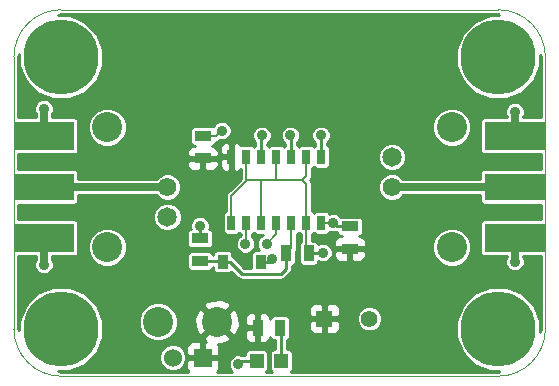
<source format=gtl>
G04 (created by PCBNEW (2013-04-19 BZR 4011)-stable) date 22/05/2013 10:42:45*
%MOIN*%
G04 Gerber Fmt 3.4, Leading zero omitted, Abs format*
%FSLAX34Y34*%
G01*
G70*
G90*
G04 APERTURE LIST*
%ADD10C,0.006*%
%ADD11C,0.00393701*%
%ADD12R,0.035X0.055*%
%ADD13R,0.055X0.035*%
%ADD14R,0.055X0.055*%
%ADD15C,0.055*%
%ADD16C,0.1*%
%ADD17R,0.025X0.05*%
%ADD18C,0.25*%
%ADD19R,0.2X0.09*%
%ADD20R,0.2X0.095*%
%ADD21C,0.062*%
%ADD22C,0.065*%
%ADD23R,0.0358X0.048*%
%ADD24R,0.0472X0.0472*%
%ADD25R,0.06X0.06*%
%ADD26C,0.06*%
%ADD27C,0.035*%
%ADD28C,0.01*%
%ADD29C,0.025*%
%ADD30C,0.008*%
G04 APERTURE END LIST*
G54D10*
G54D11*
X17716Y-10629D02*
X17716Y-1574D01*
X0Y-1574D02*
X0Y-10629D01*
X1574Y-12216D02*
X16141Y-12216D01*
X16141Y0D02*
X1574Y0D01*
X0Y-10641D02*
G75*
G03X1574Y-12216I1574J0D01*
G74*
G01*
X16141Y-12216D02*
G75*
G03X17716Y-10641I0J1574D01*
G74*
G01*
X17716Y-1574D02*
G75*
G03X16141Y0I-1574J0D01*
G74*
G01*
X1574Y0D02*
G75*
G03X0Y-1574I0J-1574D01*
G74*
G01*
G54D12*
X9073Y-8122D03*
X9823Y-8122D03*
G54D13*
X6200Y-8375D03*
X6200Y-7625D03*
X6299Y-4953D03*
X6299Y-4203D03*
G54D14*
X10350Y-10300D03*
G54D15*
X11850Y-10300D03*
G54D16*
X6771Y-10405D03*
X4803Y-10405D03*
G54D17*
X7250Y-7100D03*
X7750Y-7100D03*
X8250Y-7100D03*
X8750Y-7100D03*
X9250Y-7100D03*
X9750Y-7100D03*
X10250Y-7100D03*
X10250Y-4900D03*
X9750Y-4900D03*
X9250Y-4900D03*
X8750Y-4900D03*
X8250Y-4900D03*
X7750Y-4900D03*
X7250Y-4900D03*
G54D18*
X1574Y-10641D03*
X16141Y-1586D03*
X1574Y-1586D03*
G54D19*
X1000Y-5900D03*
G54D20*
X1000Y-4200D03*
X1000Y-7600D03*
G54D21*
X5118Y-5917D03*
G54D22*
X5118Y-6917D03*
G54D16*
X3118Y-7917D03*
X3118Y-3917D03*
G54D19*
X16700Y-5900D03*
G54D20*
X16700Y-4200D03*
X16700Y-7600D03*
G54D18*
X16141Y-10641D03*
G54D21*
X12598Y-5917D03*
G54D22*
X12598Y-4917D03*
G54D16*
X14598Y-3917D03*
X14598Y-7917D03*
G54D13*
X11200Y-7975D03*
X11200Y-7225D03*
G54D23*
X6956Y-8400D03*
X8244Y-8400D03*
G54D12*
X8125Y-10600D03*
X8875Y-10600D03*
G54D24*
X8913Y-11700D03*
X8087Y-11700D03*
G54D25*
X6300Y-11600D03*
G54D26*
X5300Y-11600D03*
G54D27*
X7480Y-11811D03*
X1000Y-8500D03*
X1000Y-3300D03*
X16700Y-8400D03*
X16700Y-3400D03*
X6200Y-7200D03*
X10629Y-7098D03*
X6929Y-4027D03*
X8425Y-7807D03*
X7716Y-7807D03*
X10300Y-8100D03*
X10236Y-4185D03*
X9212Y-4185D03*
X8267Y-4185D03*
X8600Y-8300D03*
G54D28*
X8087Y-11700D02*
X7591Y-11700D01*
X7591Y-11700D02*
X7480Y-11811D01*
G54D29*
X1000Y-7600D02*
X1000Y-8500D01*
X1000Y-4200D02*
X1000Y-3300D01*
X16700Y-7600D02*
X16700Y-8400D01*
X16700Y-4200D02*
X16700Y-3400D01*
G54D28*
X6200Y-7625D02*
X6200Y-7200D01*
X11400Y-7225D02*
X10756Y-7225D01*
G54D30*
X10628Y-7100D02*
X10629Y-7098D01*
X10628Y-7100D02*
X10250Y-7100D01*
G54D28*
X10756Y-7225D02*
X10629Y-7098D01*
G54D30*
X6299Y-4203D02*
X6752Y-4203D01*
X6752Y-4203D02*
X6929Y-4027D01*
X8750Y-7100D02*
X8750Y-7482D01*
X8750Y-7482D02*
X8425Y-7807D01*
X7750Y-7100D02*
X7750Y-7773D01*
X7750Y-7773D02*
X7716Y-7807D01*
G54D28*
X9823Y-8122D02*
X10277Y-8122D01*
X10277Y-8122D02*
X10300Y-8100D01*
G54D30*
X9750Y-7100D02*
X9750Y-5824D01*
X9750Y-5824D02*
X9606Y-5681D01*
X8250Y-7100D02*
X8250Y-5681D01*
X7250Y-7100D02*
X7250Y-6214D01*
X7250Y-6214D02*
X7750Y-5714D01*
X8740Y-5681D02*
X8740Y-4909D01*
X8740Y-4909D02*
X8750Y-4900D01*
X7750Y-4900D02*
X7750Y-5714D01*
X9750Y-5537D02*
X9750Y-4900D01*
X9606Y-5681D02*
X9750Y-5537D01*
X7783Y-5681D02*
X8250Y-5681D01*
X8250Y-5681D02*
X8740Y-5681D01*
X8740Y-5681D02*
X9606Y-5681D01*
X7750Y-5714D02*
X7783Y-5681D01*
X9750Y-7100D02*
X9750Y-8048D01*
X9750Y-8048D02*
X9823Y-8122D01*
G54D29*
X5118Y-5917D02*
X1181Y-5917D01*
X12598Y-5917D02*
X16535Y-5917D01*
G54D28*
X10250Y-4900D02*
X10250Y-4198D01*
X10250Y-4198D02*
X10236Y-4185D01*
X9250Y-4900D02*
X9250Y-4222D01*
X9250Y-4222D02*
X9212Y-4185D01*
X8250Y-4900D02*
X8250Y-4202D01*
X8250Y-4202D02*
X8267Y-4185D01*
X8913Y-11700D02*
X8913Y-10638D01*
X8913Y-10638D02*
X8875Y-10600D01*
X8244Y-8400D02*
X8500Y-8400D01*
X8500Y-8400D02*
X8600Y-8300D01*
X8125Y-8519D02*
X8244Y-8400D01*
X9073Y-8122D02*
X9073Y-8626D01*
X9073Y-8626D02*
X8900Y-8800D01*
X7200Y-8400D02*
X6956Y-8400D01*
X7600Y-8800D02*
X7200Y-8400D01*
X8900Y-8800D02*
X7600Y-8800D01*
X6200Y-8375D02*
X6931Y-8375D01*
X6931Y-8375D02*
X6956Y-8400D01*
G54D30*
X9250Y-7100D02*
X9250Y-7945D01*
X9250Y-7945D02*
X9073Y-8122D01*
G54D10*
G36*
X17566Y-10629D02*
X17545Y-10735D01*
X17541Y-10739D01*
X17541Y-10364D01*
X17329Y-9849D01*
X16935Y-9455D01*
X16421Y-9241D01*
X15864Y-9241D01*
X15349Y-9454D01*
X15248Y-9555D01*
X15248Y-7788D01*
X15149Y-7549D01*
X14967Y-7366D01*
X14728Y-7267D01*
X14469Y-7267D01*
X14230Y-7365D01*
X14047Y-7548D01*
X13948Y-7787D01*
X13948Y-8046D01*
X14047Y-8285D01*
X14229Y-8468D01*
X14468Y-8567D01*
X14727Y-8567D01*
X14966Y-8468D01*
X15149Y-8285D01*
X15248Y-8047D01*
X15248Y-7788D01*
X15248Y-9555D01*
X14955Y-9847D01*
X14741Y-10362D01*
X14741Y-10918D01*
X14954Y-11433D01*
X15347Y-11827D01*
X15862Y-12041D01*
X16174Y-12041D01*
X16153Y-12061D01*
X16126Y-12066D01*
X12275Y-12066D01*
X12275Y-10215D01*
X12210Y-10059D01*
X12091Y-9939D01*
X11934Y-9875D01*
X11765Y-9874D01*
X11725Y-9891D01*
X11725Y-8199D01*
X11725Y-7750D01*
X11687Y-7658D01*
X11616Y-7588D01*
X11524Y-7550D01*
X11504Y-7550D01*
X11559Y-7527D01*
X11602Y-7485D01*
X11624Y-7429D01*
X11625Y-7370D01*
X11625Y-7020D01*
X11602Y-6965D01*
X11560Y-6922D01*
X11504Y-6900D01*
X11445Y-6899D01*
X10895Y-6899D01*
X10892Y-6901D01*
X10814Y-6823D01*
X10694Y-6773D01*
X10565Y-6773D01*
X10514Y-6794D01*
X10502Y-6765D01*
X10460Y-6722D01*
X10404Y-6700D01*
X10345Y-6699D01*
X10095Y-6699D01*
X10040Y-6722D01*
X9999Y-6762D01*
X9960Y-6722D01*
X9940Y-6714D01*
X9940Y-5824D01*
X9939Y-5824D01*
X9940Y-5824D01*
X9937Y-5810D01*
X9925Y-5752D01*
X9925Y-5752D01*
X9884Y-5690D01*
X9884Y-5690D01*
X9874Y-5681D01*
X9884Y-5671D01*
X9884Y-5671D01*
X9884Y-5671D01*
X9925Y-5610D01*
X9925Y-5610D01*
X9937Y-5551D01*
X9940Y-5537D01*
X9939Y-5537D01*
X9940Y-5537D01*
X9940Y-5285D01*
X9959Y-5277D01*
X10000Y-5237D01*
X10039Y-5277D01*
X10095Y-5299D01*
X10154Y-5300D01*
X10404Y-5300D01*
X10459Y-5277D01*
X10502Y-5235D01*
X10524Y-5179D01*
X10525Y-5120D01*
X10525Y-4620D01*
X10502Y-4565D01*
X10460Y-4522D01*
X10450Y-4518D01*
X10450Y-4430D01*
X10511Y-4369D01*
X10561Y-4249D01*
X10561Y-4120D01*
X10511Y-4001D01*
X10420Y-3909D01*
X10301Y-3860D01*
X10171Y-3859D01*
X10052Y-3909D01*
X9960Y-4000D01*
X9911Y-4120D01*
X9911Y-4249D01*
X9960Y-4368D01*
X10050Y-4458D01*
X10050Y-4518D01*
X10040Y-4522D01*
X9999Y-4562D01*
X9960Y-4522D01*
X9904Y-4500D01*
X9845Y-4499D01*
X9595Y-4499D01*
X9540Y-4522D01*
X9499Y-4562D01*
X9460Y-4522D01*
X9450Y-4518D01*
X9450Y-4407D01*
X9487Y-4369D01*
X9537Y-4249D01*
X9537Y-4120D01*
X9488Y-4001D01*
X9396Y-3909D01*
X9277Y-3860D01*
X9148Y-3859D01*
X9028Y-3909D01*
X8937Y-4000D01*
X8887Y-4120D01*
X8887Y-4249D01*
X8936Y-4368D01*
X9028Y-4460D01*
X9050Y-4469D01*
X9050Y-4518D01*
X9040Y-4522D01*
X8999Y-4562D01*
X8960Y-4522D01*
X8904Y-4500D01*
X8845Y-4499D01*
X8595Y-4499D01*
X8540Y-4522D01*
X8499Y-4562D01*
X8460Y-4522D01*
X8450Y-4518D01*
X8450Y-4461D01*
X8451Y-4460D01*
X8543Y-4369D01*
X8592Y-4249D01*
X8592Y-4120D01*
X8543Y-4001D01*
X8452Y-3909D01*
X8332Y-3860D01*
X8203Y-3859D01*
X8083Y-3909D01*
X7992Y-4000D01*
X7942Y-4120D01*
X7942Y-4249D01*
X7992Y-4368D01*
X8050Y-4426D01*
X8050Y-4518D01*
X8040Y-4522D01*
X7999Y-4562D01*
X7960Y-4522D01*
X7904Y-4500D01*
X7845Y-4499D01*
X7595Y-4499D01*
X7583Y-4504D01*
X7516Y-4437D01*
X7424Y-4399D01*
X7362Y-4400D01*
X7300Y-4462D01*
X7300Y-4850D01*
X7307Y-4850D01*
X7307Y-4950D01*
X7300Y-4950D01*
X7300Y-5337D01*
X7362Y-5400D01*
X7424Y-5400D01*
X7516Y-5362D01*
X7560Y-5318D01*
X7560Y-5635D01*
X7254Y-5941D01*
X7254Y-3963D01*
X7204Y-3843D01*
X7113Y-3752D01*
X6994Y-3702D01*
X6864Y-3702D01*
X6745Y-3751D01*
X6653Y-3843D01*
X6633Y-3891D01*
X6604Y-3878D01*
X6544Y-3878D01*
X5994Y-3878D01*
X5939Y-3901D01*
X5897Y-3943D01*
X5874Y-3998D01*
X5874Y-4058D01*
X5874Y-4408D01*
X5896Y-4463D01*
X5939Y-4505D01*
X5994Y-4528D01*
X6024Y-4528D01*
X5974Y-4528D01*
X5882Y-4566D01*
X5812Y-4637D01*
X5774Y-4729D01*
X5774Y-4841D01*
X5836Y-4903D01*
X6249Y-4903D01*
X6249Y-4895D01*
X6349Y-4895D01*
X6349Y-4903D01*
X6761Y-4903D01*
X6824Y-4841D01*
X6824Y-4729D01*
X6786Y-4637D01*
X6716Y-4566D01*
X6624Y-4528D01*
X6603Y-4528D01*
X6659Y-4505D01*
X6701Y-4463D01*
X6724Y-4408D01*
X6724Y-4393D01*
X6752Y-4393D01*
X6825Y-4379D01*
X6865Y-4352D01*
X6993Y-4352D01*
X7112Y-4303D01*
X7204Y-4211D01*
X7254Y-4092D01*
X7254Y-3963D01*
X7254Y-5941D01*
X7200Y-5995D01*
X7200Y-5337D01*
X7200Y-4950D01*
X7200Y-4850D01*
X7200Y-4462D01*
X7137Y-4400D01*
X7075Y-4399D01*
X6983Y-4437D01*
X6913Y-4508D01*
X6875Y-4600D01*
X6874Y-4699D01*
X6875Y-4787D01*
X6937Y-4850D01*
X7200Y-4850D01*
X7200Y-4950D01*
X6937Y-4950D01*
X6875Y-5012D01*
X6874Y-5100D01*
X6875Y-5199D01*
X6913Y-5291D01*
X6983Y-5362D01*
X7075Y-5400D01*
X7137Y-5400D01*
X7200Y-5337D01*
X7200Y-5995D01*
X7115Y-6080D01*
X7074Y-6141D01*
X7060Y-6214D01*
X7060Y-6714D01*
X7040Y-6722D01*
X6997Y-6764D01*
X6975Y-6820D01*
X6974Y-6879D01*
X6974Y-7379D01*
X6997Y-7434D01*
X7039Y-7477D01*
X7095Y-7499D01*
X7154Y-7500D01*
X7404Y-7500D01*
X7459Y-7477D01*
X7500Y-7437D01*
X7539Y-7477D01*
X7560Y-7485D01*
X7560Y-7520D01*
X7532Y-7531D01*
X7441Y-7622D01*
X7391Y-7742D01*
X7391Y-7871D01*
X7440Y-7990D01*
X7532Y-8082D01*
X7651Y-8132D01*
X7780Y-8132D01*
X7900Y-8082D01*
X7991Y-7991D01*
X8041Y-7872D01*
X8041Y-7742D01*
X7992Y-7623D01*
X7940Y-7570D01*
X7940Y-7485D01*
X7959Y-7477D01*
X8000Y-7437D01*
X8039Y-7477D01*
X8095Y-7499D01*
X8154Y-7500D01*
X8317Y-7500D01*
X8241Y-7531D01*
X8149Y-7622D01*
X8100Y-7742D01*
X8100Y-7871D01*
X8149Y-7990D01*
X8168Y-8009D01*
X8035Y-8009D01*
X7980Y-8032D01*
X7937Y-8074D01*
X7915Y-8130D01*
X7914Y-8189D01*
X7914Y-8600D01*
X7682Y-8600D01*
X7341Y-8258D01*
X7285Y-8220D01*
X7285Y-8130D01*
X7262Y-8075D01*
X7220Y-8032D01*
X7164Y-8010D01*
X7105Y-8009D01*
X6824Y-8009D01*
X6824Y-5178D01*
X6824Y-5066D01*
X6761Y-5003D01*
X6349Y-5003D01*
X6349Y-5316D01*
X6411Y-5378D01*
X6524Y-5378D01*
X6624Y-5378D01*
X6716Y-5340D01*
X6786Y-5270D01*
X6824Y-5178D01*
X6824Y-8009D01*
X6747Y-8009D01*
X6692Y-8032D01*
X6649Y-8074D01*
X6627Y-8130D01*
X6626Y-8175D01*
X6625Y-8175D01*
X6625Y-8170D01*
X6625Y-7770D01*
X6625Y-7420D01*
X6602Y-7365D01*
X6560Y-7322D01*
X6509Y-7301D01*
X6524Y-7264D01*
X6525Y-7135D01*
X6475Y-7016D01*
X6384Y-6924D01*
X6264Y-6875D01*
X6249Y-6875D01*
X6249Y-5316D01*
X6249Y-5003D01*
X5836Y-5003D01*
X5774Y-5066D01*
X5774Y-5178D01*
X5812Y-5270D01*
X5882Y-5340D01*
X5974Y-5378D01*
X6073Y-5378D01*
X6186Y-5378D01*
X6249Y-5316D01*
X6249Y-6875D01*
X6135Y-6874D01*
X6016Y-6924D01*
X5924Y-7015D01*
X5875Y-7135D01*
X5874Y-7264D01*
X5890Y-7301D01*
X5840Y-7322D01*
X5797Y-7364D01*
X5775Y-7420D01*
X5774Y-7479D01*
X5774Y-7829D01*
X5797Y-7884D01*
X5839Y-7927D01*
X5895Y-7949D01*
X5954Y-7950D01*
X6504Y-7950D01*
X6559Y-7927D01*
X6602Y-7885D01*
X6624Y-7829D01*
X6625Y-7770D01*
X6625Y-8170D01*
X6602Y-8115D01*
X6560Y-8072D01*
X6504Y-8050D01*
X6445Y-8049D01*
X5895Y-8049D01*
X5840Y-8072D01*
X5797Y-8114D01*
X5775Y-8170D01*
X5774Y-8229D01*
X5774Y-8579D01*
X5797Y-8634D01*
X5839Y-8677D01*
X5895Y-8699D01*
X5954Y-8700D01*
X6504Y-8700D01*
X6559Y-8677D01*
X6602Y-8635D01*
X6624Y-8579D01*
X6624Y-8575D01*
X6626Y-8575D01*
X6626Y-8669D01*
X6649Y-8724D01*
X6691Y-8767D01*
X6747Y-8789D01*
X6806Y-8790D01*
X7164Y-8790D01*
X7219Y-8767D01*
X7252Y-8734D01*
X7458Y-8941D01*
X7458Y-8941D01*
X7501Y-8970D01*
X7523Y-8984D01*
X7523Y-8984D01*
X7599Y-8999D01*
X7600Y-9000D01*
X8900Y-9000D01*
X8976Y-8984D01*
X9041Y-8941D01*
X9215Y-8767D01*
X9258Y-8702D01*
X9258Y-8702D01*
X9261Y-8690D01*
X9273Y-8626D01*
X9273Y-8626D01*
X9273Y-8547D01*
X9278Y-8547D01*
X9333Y-8524D01*
X9375Y-8482D01*
X9398Y-8427D01*
X9398Y-8367D01*
X9398Y-8058D01*
X9398Y-8058D01*
X9425Y-8018D01*
X9440Y-7945D01*
X9440Y-7485D01*
X9459Y-7477D01*
X9500Y-7437D01*
X9539Y-7477D01*
X9560Y-7485D01*
X9560Y-7723D01*
X9521Y-7761D01*
X9498Y-7817D01*
X9498Y-7876D01*
X9498Y-8426D01*
X9521Y-8481D01*
X9563Y-8524D01*
X9618Y-8547D01*
X9678Y-8547D01*
X10028Y-8547D01*
X10083Y-8524D01*
X10125Y-8482D01*
X10148Y-8427D01*
X10148Y-8389D01*
X10235Y-8424D01*
X10364Y-8425D01*
X10483Y-8375D01*
X10575Y-8284D01*
X10624Y-8164D01*
X10625Y-8035D01*
X10575Y-7916D01*
X10484Y-7824D01*
X10364Y-7775D01*
X10235Y-7774D01*
X10146Y-7811D01*
X10126Y-7762D01*
X10083Y-7719D01*
X10028Y-7697D01*
X9969Y-7697D01*
X9940Y-7697D01*
X9940Y-7485D01*
X9959Y-7477D01*
X10000Y-7437D01*
X10039Y-7477D01*
X10095Y-7499D01*
X10154Y-7500D01*
X10404Y-7500D01*
X10459Y-7477D01*
X10502Y-7435D01*
X10515Y-7402D01*
X10564Y-7423D01*
X10694Y-7423D01*
X10712Y-7416D01*
X10756Y-7425D01*
X10774Y-7425D01*
X10774Y-7429D01*
X10797Y-7484D01*
X10839Y-7527D01*
X10895Y-7549D01*
X10924Y-7550D01*
X10875Y-7550D01*
X10783Y-7588D01*
X10712Y-7658D01*
X10674Y-7750D01*
X10675Y-7862D01*
X10737Y-7925D01*
X11150Y-7925D01*
X11150Y-7917D01*
X11250Y-7917D01*
X11250Y-7925D01*
X11662Y-7925D01*
X11725Y-7862D01*
X11725Y-7750D01*
X11725Y-8199D01*
X11725Y-8087D01*
X11662Y-8025D01*
X11250Y-8025D01*
X11250Y-8337D01*
X11312Y-8400D01*
X11425Y-8400D01*
X11524Y-8399D01*
X11616Y-8361D01*
X11687Y-8291D01*
X11725Y-8199D01*
X11725Y-9891D01*
X11609Y-9939D01*
X11489Y-10058D01*
X11425Y-10215D01*
X11424Y-10384D01*
X11489Y-10540D01*
X11608Y-10660D01*
X11765Y-10724D01*
X11934Y-10725D01*
X12090Y-10660D01*
X12210Y-10541D01*
X12274Y-10384D01*
X12275Y-10215D01*
X12275Y-12066D01*
X11150Y-12066D01*
X11150Y-8337D01*
X11150Y-8025D01*
X10737Y-8025D01*
X10675Y-8087D01*
X10674Y-8199D01*
X10712Y-8291D01*
X10783Y-8361D01*
X10875Y-8399D01*
X10974Y-8400D01*
X11087Y-8400D01*
X11150Y-8337D01*
X11150Y-12066D01*
X10875Y-12066D01*
X10875Y-10525D01*
X10875Y-10074D01*
X10874Y-9975D01*
X10836Y-9883D01*
X10766Y-9812D01*
X10674Y-9774D01*
X10462Y-9775D01*
X10400Y-9837D01*
X10400Y-10250D01*
X10812Y-10250D01*
X10875Y-10187D01*
X10875Y-10074D01*
X10875Y-10525D01*
X10875Y-10412D01*
X10812Y-10350D01*
X10400Y-10350D01*
X10400Y-10762D01*
X10462Y-10825D01*
X10674Y-10825D01*
X10766Y-10787D01*
X10836Y-10716D01*
X10874Y-10624D01*
X10875Y-10525D01*
X10875Y-12066D01*
X10300Y-12066D01*
X10300Y-10762D01*
X10300Y-10350D01*
X10300Y-10250D01*
X10300Y-9837D01*
X10237Y-9775D01*
X10025Y-9774D01*
X9933Y-9812D01*
X9863Y-9883D01*
X9825Y-9975D01*
X9824Y-10074D01*
X9825Y-10187D01*
X9887Y-10250D01*
X10300Y-10250D01*
X10300Y-10350D01*
X9887Y-10350D01*
X9825Y-10412D01*
X9824Y-10525D01*
X9825Y-10624D01*
X9863Y-10716D01*
X9933Y-10787D01*
X10025Y-10825D01*
X10237Y-10825D01*
X10300Y-10762D01*
X10300Y-12066D01*
X9225Y-12066D01*
X9233Y-12063D01*
X9276Y-12021D01*
X9298Y-11965D01*
X9299Y-11906D01*
X9299Y-11434D01*
X9276Y-11379D01*
X9234Y-11336D01*
X9178Y-11314D01*
X9119Y-11313D01*
X9113Y-11313D01*
X9113Y-11011D01*
X9134Y-11002D01*
X9177Y-10960D01*
X9199Y-10904D01*
X9200Y-10845D01*
X9200Y-10295D01*
X9177Y-10240D01*
X9135Y-10197D01*
X9079Y-10175D01*
X9020Y-10174D01*
X8670Y-10174D01*
X8615Y-10197D01*
X8572Y-10239D01*
X8550Y-10295D01*
X8549Y-10324D01*
X8549Y-10275D01*
X8511Y-10183D01*
X8441Y-10112D01*
X8349Y-10074D01*
X8237Y-10075D01*
X8175Y-10137D01*
X8175Y-10550D01*
X8182Y-10550D01*
X8182Y-10650D01*
X8175Y-10650D01*
X8175Y-11062D01*
X8237Y-11125D01*
X8349Y-11125D01*
X8441Y-11087D01*
X8511Y-11016D01*
X8549Y-10924D01*
X8549Y-10904D01*
X8549Y-10904D01*
X8572Y-10959D01*
X8614Y-11002D01*
X8670Y-11024D01*
X8713Y-11025D01*
X8713Y-11313D01*
X8647Y-11313D01*
X8592Y-11336D01*
X8549Y-11378D01*
X8527Y-11434D01*
X8526Y-11493D01*
X8526Y-11965D01*
X8549Y-12020D01*
X8591Y-12063D01*
X8600Y-12066D01*
X8399Y-12066D01*
X8407Y-12063D01*
X8450Y-12021D01*
X8472Y-11965D01*
X8473Y-11906D01*
X8473Y-11434D01*
X8450Y-11379D01*
X8408Y-11336D01*
X8352Y-11314D01*
X8293Y-11313D01*
X8075Y-11313D01*
X8075Y-11062D01*
X8075Y-10650D01*
X8075Y-10550D01*
X8075Y-10137D01*
X8012Y-10075D01*
X7900Y-10074D01*
X7808Y-10112D01*
X7738Y-10183D01*
X7700Y-10275D01*
X7699Y-10374D01*
X7700Y-10487D01*
X7762Y-10550D01*
X8075Y-10550D01*
X8075Y-10650D01*
X7762Y-10650D01*
X7700Y-10712D01*
X7699Y-10825D01*
X7700Y-10924D01*
X7738Y-11016D01*
X7808Y-11087D01*
X7900Y-11125D01*
X8012Y-11125D01*
X8075Y-11062D01*
X8075Y-11313D01*
X7821Y-11313D01*
X7766Y-11336D01*
X7723Y-11378D01*
X7701Y-11434D01*
X7700Y-11493D01*
X7700Y-11500D01*
X7591Y-11500D01*
X7582Y-11501D01*
X7545Y-11486D01*
X7525Y-11486D01*
X7525Y-10535D01*
X7517Y-10236D01*
X7418Y-9997D01*
X7302Y-9945D01*
X7231Y-10016D01*
X7231Y-9874D01*
X7179Y-9758D01*
X6901Y-9651D01*
X6602Y-9659D01*
X6363Y-9758D01*
X6311Y-9874D01*
X6771Y-10334D01*
X7231Y-9874D01*
X7231Y-10016D01*
X6842Y-10405D01*
X7302Y-10865D01*
X7418Y-10813D01*
X7525Y-10535D01*
X7525Y-11486D01*
X7415Y-11485D01*
X7296Y-11535D01*
X7231Y-11600D01*
X7231Y-10936D01*
X6771Y-10476D01*
X6700Y-10546D01*
X6700Y-10405D01*
X6241Y-9945D01*
X6124Y-9997D01*
X6018Y-10275D01*
X6025Y-10574D01*
X6124Y-10813D01*
X6241Y-10865D01*
X6700Y-10405D01*
X6700Y-10546D01*
X6311Y-10936D01*
X6363Y-11052D01*
X6397Y-11065D01*
X6350Y-11112D01*
X6350Y-11550D01*
X6787Y-11550D01*
X6850Y-11487D01*
X6850Y-11349D01*
X6849Y-11250D01*
X6811Y-11158D01*
X6808Y-11154D01*
X6940Y-11151D01*
X7179Y-11052D01*
X7231Y-10936D01*
X7231Y-11600D01*
X7204Y-11626D01*
X7155Y-11746D01*
X7155Y-11875D01*
X7204Y-11994D01*
X7276Y-12066D01*
X6786Y-12066D01*
X6811Y-12041D01*
X6849Y-11949D01*
X6850Y-11850D01*
X6850Y-11712D01*
X6787Y-11650D01*
X6350Y-11650D01*
X6350Y-11657D01*
X6250Y-11657D01*
X6250Y-11650D01*
X6250Y-11550D01*
X6250Y-11112D01*
X6187Y-11050D01*
X5950Y-11049D01*
X5858Y-11087D01*
X5788Y-11158D01*
X5750Y-11250D01*
X5749Y-11349D01*
X5750Y-11487D01*
X5812Y-11550D01*
X6250Y-11550D01*
X6250Y-11650D01*
X5812Y-11650D01*
X5750Y-11712D01*
X5750Y-11510D01*
X5681Y-11345D01*
X5593Y-11256D01*
X5593Y-6823D01*
X5521Y-6648D01*
X5387Y-6514D01*
X5213Y-6442D01*
X5024Y-6442D01*
X4849Y-6514D01*
X4715Y-6647D01*
X4643Y-6822D01*
X4643Y-7011D01*
X4715Y-7186D01*
X4848Y-7319D01*
X5023Y-7392D01*
X5212Y-7392D01*
X5386Y-7320D01*
X5520Y-7186D01*
X5593Y-7012D01*
X5593Y-6823D01*
X5593Y-11256D01*
X5555Y-11218D01*
X5453Y-11176D01*
X5453Y-10276D01*
X5354Y-10037D01*
X5171Y-9854D01*
X4933Y-9755D01*
X4674Y-9755D01*
X4435Y-9854D01*
X4252Y-10036D01*
X4153Y-10275D01*
X4153Y-10534D01*
X4251Y-10773D01*
X4434Y-10956D01*
X4673Y-11055D01*
X4931Y-11055D01*
X5170Y-10956D01*
X5353Y-10774D01*
X5453Y-10535D01*
X5453Y-10276D01*
X5453Y-11176D01*
X5389Y-11150D01*
X5210Y-11149D01*
X5045Y-11218D01*
X4918Y-11344D01*
X4850Y-11510D01*
X4849Y-11689D01*
X4918Y-11854D01*
X5044Y-11981D01*
X5210Y-12049D01*
X5389Y-12050D01*
X5554Y-11981D01*
X5681Y-11855D01*
X5749Y-11689D01*
X5750Y-11510D01*
X5750Y-11712D01*
X5750Y-11712D01*
X5749Y-11850D01*
X5750Y-11949D01*
X5788Y-12041D01*
X5813Y-12066D01*
X3768Y-12066D01*
X3768Y-7788D01*
X3669Y-7549D01*
X3486Y-7366D01*
X3247Y-7267D01*
X2989Y-7267D01*
X2750Y-7365D01*
X2567Y-7548D01*
X2468Y-7787D01*
X2467Y-8046D01*
X2566Y-8285D01*
X2749Y-8468D01*
X2988Y-8567D01*
X3246Y-8567D01*
X3485Y-8468D01*
X3668Y-8285D01*
X3767Y-8047D01*
X3768Y-7788D01*
X3768Y-12066D01*
X1586Y-12066D01*
X1460Y-12041D01*
X1852Y-12041D01*
X2366Y-11829D01*
X2760Y-11435D01*
X2974Y-10921D01*
X2975Y-10364D01*
X2762Y-9849D01*
X2368Y-9455D01*
X1854Y-9241D01*
X1297Y-9241D01*
X782Y-9454D01*
X388Y-9847D01*
X175Y-10362D01*
X174Y-10681D01*
X156Y-10661D01*
X149Y-10626D01*
X149Y-8225D01*
X725Y-8225D01*
X725Y-8315D01*
X724Y-8315D01*
X675Y-8435D01*
X674Y-8564D01*
X724Y-8683D01*
X815Y-8775D01*
X935Y-8824D01*
X1064Y-8825D01*
X1183Y-8775D01*
X1275Y-8684D01*
X1324Y-8564D01*
X1325Y-8435D01*
X1275Y-8316D01*
X1275Y-8315D01*
X1275Y-8225D01*
X2029Y-8225D01*
X2084Y-8202D01*
X2127Y-8160D01*
X2149Y-8104D01*
X2150Y-8045D01*
X2150Y-7095D01*
X2127Y-7040D01*
X2085Y-6997D01*
X2029Y-6975D01*
X1970Y-6974D01*
X149Y-6974D01*
X149Y-6500D01*
X2029Y-6500D01*
X2084Y-6477D01*
X2127Y-6435D01*
X2149Y-6379D01*
X2150Y-6320D01*
X2150Y-6192D01*
X4742Y-6192D01*
X4857Y-6307D01*
X5026Y-6377D01*
X5209Y-6377D01*
X5378Y-6307D01*
X5507Y-6178D01*
X5578Y-6009D01*
X5578Y-5826D01*
X5508Y-5657D01*
X5379Y-5527D01*
X5210Y-5457D01*
X5027Y-5457D01*
X4857Y-5527D01*
X4742Y-5642D01*
X3768Y-5642D01*
X3768Y-3788D01*
X3669Y-3549D01*
X3486Y-3366D01*
X3247Y-3267D01*
X2989Y-3267D01*
X2750Y-3365D01*
X2567Y-3548D01*
X2468Y-3787D01*
X2467Y-4046D01*
X2566Y-4285D01*
X2749Y-4468D01*
X2988Y-4567D01*
X3246Y-4567D01*
X3485Y-4468D01*
X3668Y-4285D01*
X3767Y-4047D01*
X3768Y-3788D01*
X3768Y-5642D01*
X2150Y-5642D01*
X2150Y-5420D01*
X2127Y-5365D01*
X2085Y-5322D01*
X2029Y-5300D01*
X1970Y-5299D01*
X149Y-5299D01*
X149Y-4825D01*
X2029Y-4825D01*
X2084Y-4802D01*
X2127Y-4760D01*
X2149Y-4704D01*
X2150Y-4645D01*
X2150Y-3695D01*
X2127Y-3640D01*
X2085Y-3597D01*
X2029Y-3575D01*
X1970Y-3574D01*
X1275Y-3574D01*
X1275Y-3484D01*
X1275Y-3484D01*
X1324Y-3364D01*
X1325Y-3235D01*
X1275Y-3116D01*
X1184Y-3024D01*
X1064Y-2975D01*
X935Y-2974D01*
X816Y-3024D01*
X724Y-3115D01*
X675Y-3235D01*
X674Y-3364D01*
X724Y-3483D01*
X725Y-3484D01*
X725Y-3574D01*
X149Y-3574D01*
X149Y-1589D01*
X174Y-1463D01*
X174Y-1863D01*
X387Y-2378D01*
X780Y-2772D01*
X1295Y-2986D01*
X1852Y-2986D01*
X2366Y-2774D01*
X2760Y-2380D01*
X2974Y-1866D01*
X2975Y-1309D01*
X2762Y-794D01*
X2368Y-400D01*
X1854Y-186D01*
X1462Y-186D01*
X1478Y-171D01*
X1586Y-149D01*
X16126Y-149D01*
X16134Y-151D01*
X16171Y-186D01*
X15864Y-186D01*
X15349Y-399D01*
X14955Y-792D01*
X14741Y-1306D01*
X14741Y-1863D01*
X14954Y-2378D01*
X15347Y-2772D01*
X15862Y-2986D01*
X16418Y-2986D01*
X16933Y-2774D01*
X17327Y-2380D01*
X17541Y-1866D01*
X17541Y-1516D01*
X17555Y-1529D01*
X17566Y-1586D01*
X17566Y-3574D01*
X16979Y-3574D01*
X17024Y-3464D01*
X17025Y-3335D01*
X16975Y-3216D01*
X16884Y-3124D01*
X16764Y-3075D01*
X16635Y-3074D01*
X16516Y-3124D01*
X16424Y-3215D01*
X16375Y-3335D01*
X16374Y-3464D01*
X16420Y-3574D01*
X15670Y-3574D01*
X15615Y-3597D01*
X15572Y-3639D01*
X15550Y-3695D01*
X15549Y-3754D01*
X15549Y-4704D01*
X15572Y-4759D01*
X15614Y-4802D01*
X15670Y-4824D01*
X15729Y-4825D01*
X17566Y-4825D01*
X17566Y-5299D01*
X15670Y-5299D01*
X15615Y-5322D01*
X15572Y-5364D01*
X15550Y-5420D01*
X15549Y-5479D01*
X15549Y-5642D01*
X15248Y-5642D01*
X15248Y-3788D01*
X15149Y-3549D01*
X14967Y-3366D01*
X14728Y-3267D01*
X14469Y-3267D01*
X14230Y-3365D01*
X14047Y-3548D01*
X13948Y-3787D01*
X13948Y-4046D01*
X14047Y-4285D01*
X14229Y-4468D01*
X14468Y-4567D01*
X14727Y-4567D01*
X14966Y-4468D01*
X15149Y-4285D01*
X15248Y-4047D01*
X15248Y-3788D01*
X15248Y-5642D01*
X13073Y-5642D01*
X13073Y-4823D01*
X13001Y-4648D01*
X12867Y-4514D01*
X12693Y-4442D01*
X12504Y-4442D01*
X12329Y-4514D01*
X12195Y-4647D01*
X12123Y-4822D01*
X12123Y-5011D01*
X12195Y-5186D01*
X12329Y-5319D01*
X12503Y-5392D01*
X12692Y-5392D01*
X12867Y-5320D01*
X13000Y-5186D01*
X13073Y-5012D01*
X13073Y-4823D01*
X13073Y-5642D01*
X12973Y-5642D01*
X12859Y-5527D01*
X12690Y-5457D01*
X12507Y-5457D01*
X12338Y-5527D01*
X12208Y-5656D01*
X12138Y-5825D01*
X12138Y-6008D01*
X12208Y-6177D01*
X12337Y-6307D01*
X12506Y-6377D01*
X12689Y-6377D01*
X12858Y-6307D01*
X12974Y-6192D01*
X15549Y-6192D01*
X15549Y-6379D01*
X15572Y-6434D01*
X15614Y-6477D01*
X15670Y-6499D01*
X15729Y-6500D01*
X17566Y-6500D01*
X17566Y-6974D01*
X15670Y-6974D01*
X15615Y-6997D01*
X15572Y-7039D01*
X15550Y-7095D01*
X15549Y-7154D01*
X15549Y-8104D01*
X15572Y-8159D01*
X15614Y-8202D01*
X15670Y-8224D01*
X15729Y-8225D01*
X16420Y-8225D01*
X16375Y-8335D01*
X16374Y-8464D01*
X16424Y-8583D01*
X16515Y-8675D01*
X16635Y-8724D01*
X16764Y-8725D01*
X16883Y-8675D01*
X16975Y-8584D01*
X17024Y-8464D01*
X17025Y-8335D01*
X16979Y-8225D01*
X17566Y-8225D01*
X17566Y-10629D01*
X17566Y-10629D01*
G37*
G54D28*
X17566Y-10629D02*
X17545Y-10735D01*
X17541Y-10739D01*
X17541Y-10364D01*
X17329Y-9849D01*
X16935Y-9455D01*
X16421Y-9241D01*
X15864Y-9241D01*
X15349Y-9454D01*
X15248Y-9555D01*
X15248Y-7788D01*
X15149Y-7549D01*
X14967Y-7366D01*
X14728Y-7267D01*
X14469Y-7267D01*
X14230Y-7365D01*
X14047Y-7548D01*
X13948Y-7787D01*
X13948Y-8046D01*
X14047Y-8285D01*
X14229Y-8468D01*
X14468Y-8567D01*
X14727Y-8567D01*
X14966Y-8468D01*
X15149Y-8285D01*
X15248Y-8047D01*
X15248Y-7788D01*
X15248Y-9555D01*
X14955Y-9847D01*
X14741Y-10362D01*
X14741Y-10918D01*
X14954Y-11433D01*
X15347Y-11827D01*
X15862Y-12041D01*
X16174Y-12041D01*
X16153Y-12061D01*
X16126Y-12066D01*
X12275Y-12066D01*
X12275Y-10215D01*
X12210Y-10059D01*
X12091Y-9939D01*
X11934Y-9875D01*
X11765Y-9874D01*
X11725Y-9891D01*
X11725Y-8199D01*
X11725Y-7750D01*
X11687Y-7658D01*
X11616Y-7588D01*
X11524Y-7550D01*
X11504Y-7550D01*
X11559Y-7527D01*
X11602Y-7485D01*
X11624Y-7429D01*
X11625Y-7370D01*
X11625Y-7020D01*
X11602Y-6965D01*
X11560Y-6922D01*
X11504Y-6900D01*
X11445Y-6899D01*
X10895Y-6899D01*
X10892Y-6901D01*
X10814Y-6823D01*
X10694Y-6773D01*
X10565Y-6773D01*
X10514Y-6794D01*
X10502Y-6765D01*
X10460Y-6722D01*
X10404Y-6700D01*
X10345Y-6699D01*
X10095Y-6699D01*
X10040Y-6722D01*
X9999Y-6762D01*
X9960Y-6722D01*
X9940Y-6714D01*
X9940Y-5824D01*
X9939Y-5824D01*
X9940Y-5824D01*
X9937Y-5810D01*
X9925Y-5752D01*
X9925Y-5752D01*
X9884Y-5690D01*
X9884Y-5690D01*
X9874Y-5681D01*
X9884Y-5671D01*
X9884Y-5671D01*
X9884Y-5671D01*
X9925Y-5610D01*
X9925Y-5610D01*
X9937Y-5551D01*
X9940Y-5537D01*
X9939Y-5537D01*
X9940Y-5537D01*
X9940Y-5285D01*
X9959Y-5277D01*
X10000Y-5237D01*
X10039Y-5277D01*
X10095Y-5299D01*
X10154Y-5300D01*
X10404Y-5300D01*
X10459Y-5277D01*
X10502Y-5235D01*
X10524Y-5179D01*
X10525Y-5120D01*
X10525Y-4620D01*
X10502Y-4565D01*
X10460Y-4522D01*
X10450Y-4518D01*
X10450Y-4430D01*
X10511Y-4369D01*
X10561Y-4249D01*
X10561Y-4120D01*
X10511Y-4001D01*
X10420Y-3909D01*
X10301Y-3860D01*
X10171Y-3859D01*
X10052Y-3909D01*
X9960Y-4000D01*
X9911Y-4120D01*
X9911Y-4249D01*
X9960Y-4368D01*
X10050Y-4458D01*
X10050Y-4518D01*
X10040Y-4522D01*
X9999Y-4562D01*
X9960Y-4522D01*
X9904Y-4500D01*
X9845Y-4499D01*
X9595Y-4499D01*
X9540Y-4522D01*
X9499Y-4562D01*
X9460Y-4522D01*
X9450Y-4518D01*
X9450Y-4407D01*
X9487Y-4369D01*
X9537Y-4249D01*
X9537Y-4120D01*
X9488Y-4001D01*
X9396Y-3909D01*
X9277Y-3860D01*
X9148Y-3859D01*
X9028Y-3909D01*
X8937Y-4000D01*
X8887Y-4120D01*
X8887Y-4249D01*
X8936Y-4368D01*
X9028Y-4460D01*
X9050Y-4469D01*
X9050Y-4518D01*
X9040Y-4522D01*
X8999Y-4562D01*
X8960Y-4522D01*
X8904Y-4500D01*
X8845Y-4499D01*
X8595Y-4499D01*
X8540Y-4522D01*
X8499Y-4562D01*
X8460Y-4522D01*
X8450Y-4518D01*
X8450Y-4461D01*
X8451Y-4460D01*
X8543Y-4369D01*
X8592Y-4249D01*
X8592Y-4120D01*
X8543Y-4001D01*
X8452Y-3909D01*
X8332Y-3860D01*
X8203Y-3859D01*
X8083Y-3909D01*
X7992Y-4000D01*
X7942Y-4120D01*
X7942Y-4249D01*
X7992Y-4368D01*
X8050Y-4426D01*
X8050Y-4518D01*
X8040Y-4522D01*
X7999Y-4562D01*
X7960Y-4522D01*
X7904Y-4500D01*
X7845Y-4499D01*
X7595Y-4499D01*
X7583Y-4504D01*
X7516Y-4437D01*
X7424Y-4399D01*
X7362Y-4400D01*
X7300Y-4462D01*
X7300Y-4850D01*
X7307Y-4850D01*
X7307Y-4950D01*
X7300Y-4950D01*
X7300Y-5337D01*
X7362Y-5400D01*
X7424Y-5400D01*
X7516Y-5362D01*
X7560Y-5318D01*
X7560Y-5635D01*
X7254Y-5941D01*
X7254Y-3963D01*
X7204Y-3843D01*
X7113Y-3752D01*
X6994Y-3702D01*
X6864Y-3702D01*
X6745Y-3751D01*
X6653Y-3843D01*
X6633Y-3891D01*
X6604Y-3878D01*
X6544Y-3878D01*
X5994Y-3878D01*
X5939Y-3901D01*
X5897Y-3943D01*
X5874Y-3998D01*
X5874Y-4058D01*
X5874Y-4408D01*
X5896Y-4463D01*
X5939Y-4505D01*
X5994Y-4528D01*
X6024Y-4528D01*
X5974Y-4528D01*
X5882Y-4566D01*
X5812Y-4637D01*
X5774Y-4729D01*
X5774Y-4841D01*
X5836Y-4903D01*
X6249Y-4903D01*
X6249Y-4895D01*
X6349Y-4895D01*
X6349Y-4903D01*
X6761Y-4903D01*
X6824Y-4841D01*
X6824Y-4729D01*
X6786Y-4637D01*
X6716Y-4566D01*
X6624Y-4528D01*
X6603Y-4528D01*
X6659Y-4505D01*
X6701Y-4463D01*
X6724Y-4408D01*
X6724Y-4393D01*
X6752Y-4393D01*
X6825Y-4379D01*
X6865Y-4352D01*
X6993Y-4352D01*
X7112Y-4303D01*
X7204Y-4211D01*
X7254Y-4092D01*
X7254Y-3963D01*
X7254Y-5941D01*
X7200Y-5995D01*
X7200Y-5337D01*
X7200Y-4950D01*
X7200Y-4850D01*
X7200Y-4462D01*
X7137Y-4400D01*
X7075Y-4399D01*
X6983Y-4437D01*
X6913Y-4508D01*
X6875Y-4600D01*
X6874Y-4699D01*
X6875Y-4787D01*
X6937Y-4850D01*
X7200Y-4850D01*
X7200Y-4950D01*
X6937Y-4950D01*
X6875Y-5012D01*
X6874Y-5100D01*
X6875Y-5199D01*
X6913Y-5291D01*
X6983Y-5362D01*
X7075Y-5400D01*
X7137Y-5400D01*
X7200Y-5337D01*
X7200Y-5995D01*
X7115Y-6080D01*
X7074Y-6141D01*
X7060Y-6214D01*
X7060Y-6714D01*
X7040Y-6722D01*
X6997Y-6764D01*
X6975Y-6820D01*
X6974Y-6879D01*
X6974Y-7379D01*
X6997Y-7434D01*
X7039Y-7477D01*
X7095Y-7499D01*
X7154Y-7500D01*
X7404Y-7500D01*
X7459Y-7477D01*
X7500Y-7437D01*
X7539Y-7477D01*
X7560Y-7485D01*
X7560Y-7520D01*
X7532Y-7531D01*
X7441Y-7622D01*
X7391Y-7742D01*
X7391Y-7871D01*
X7440Y-7990D01*
X7532Y-8082D01*
X7651Y-8132D01*
X7780Y-8132D01*
X7900Y-8082D01*
X7991Y-7991D01*
X8041Y-7872D01*
X8041Y-7742D01*
X7992Y-7623D01*
X7940Y-7570D01*
X7940Y-7485D01*
X7959Y-7477D01*
X8000Y-7437D01*
X8039Y-7477D01*
X8095Y-7499D01*
X8154Y-7500D01*
X8317Y-7500D01*
X8241Y-7531D01*
X8149Y-7622D01*
X8100Y-7742D01*
X8100Y-7871D01*
X8149Y-7990D01*
X8168Y-8009D01*
X8035Y-8009D01*
X7980Y-8032D01*
X7937Y-8074D01*
X7915Y-8130D01*
X7914Y-8189D01*
X7914Y-8600D01*
X7682Y-8600D01*
X7341Y-8258D01*
X7285Y-8220D01*
X7285Y-8130D01*
X7262Y-8075D01*
X7220Y-8032D01*
X7164Y-8010D01*
X7105Y-8009D01*
X6824Y-8009D01*
X6824Y-5178D01*
X6824Y-5066D01*
X6761Y-5003D01*
X6349Y-5003D01*
X6349Y-5316D01*
X6411Y-5378D01*
X6524Y-5378D01*
X6624Y-5378D01*
X6716Y-5340D01*
X6786Y-5270D01*
X6824Y-5178D01*
X6824Y-8009D01*
X6747Y-8009D01*
X6692Y-8032D01*
X6649Y-8074D01*
X6627Y-8130D01*
X6626Y-8175D01*
X6625Y-8175D01*
X6625Y-8170D01*
X6625Y-7770D01*
X6625Y-7420D01*
X6602Y-7365D01*
X6560Y-7322D01*
X6509Y-7301D01*
X6524Y-7264D01*
X6525Y-7135D01*
X6475Y-7016D01*
X6384Y-6924D01*
X6264Y-6875D01*
X6249Y-6875D01*
X6249Y-5316D01*
X6249Y-5003D01*
X5836Y-5003D01*
X5774Y-5066D01*
X5774Y-5178D01*
X5812Y-5270D01*
X5882Y-5340D01*
X5974Y-5378D01*
X6073Y-5378D01*
X6186Y-5378D01*
X6249Y-5316D01*
X6249Y-6875D01*
X6135Y-6874D01*
X6016Y-6924D01*
X5924Y-7015D01*
X5875Y-7135D01*
X5874Y-7264D01*
X5890Y-7301D01*
X5840Y-7322D01*
X5797Y-7364D01*
X5775Y-7420D01*
X5774Y-7479D01*
X5774Y-7829D01*
X5797Y-7884D01*
X5839Y-7927D01*
X5895Y-7949D01*
X5954Y-7950D01*
X6504Y-7950D01*
X6559Y-7927D01*
X6602Y-7885D01*
X6624Y-7829D01*
X6625Y-7770D01*
X6625Y-8170D01*
X6602Y-8115D01*
X6560Y-8072D01*
X6504Y-8050D01*
X6445Y-8049D01*
X5895Y-8049D01*
X5840Y-8072D01*
X5797Y-8114D01*
X5775Y-8170D01*
X5774Y-8229D01*
X5774Y-8579D01*
X5797Y-8634D01*
X5839Y-8677D01*
X5895Y-8699D01*
X5954Y-8700D01*
X6504Y-8700D01*
X6559Y-8677D01*
X6602Y-8635D01*
X6624Y-8579D01*
X6624Y-8575D01*
X6626Y-8575D01*
X6626Y-8669D01*
X6649Y-8724D01*
X6691Y-8767D01*
X6747Y-8789D01*
X6806Y-8790D01*
X7164Y-8790D01*
X7219Y-8767D01*
X7252Y-8734D01*
X7458Y-8941D01*
X7458Y-8941D01*
X7501Y-8970D01*
X7523Y-8984D01*
X7523Y-8984D01*
X7599Y-8999D01*
X7600Y-9000D01*
X8900Y-9000D01*
X8976Y-8984D01*
X9041Y-8941D01*
X9215Y-8767D01*
X9258Y-8702D01*
X9258Y-8702D01*
X9261Y-8690D01*
X9273Y-8626D01*
X9273Y-8626D01*
X9273Y-8547D01*
X9278Y-8547D01*
X9333Y-8524D01*
X9375Y-8482D01*
X9398Y-8427D01*
X9398Y-8367D01*
X9398Y-8058D01*
X9398Y-8058D01*
X9425Y-8018D01*
X9440Y-7945D01*
X9440Y-7485D01*
X9459Y-7477D01*
X9500Y-7437D01*
X9539Y-7477D01*
X9560Y-7485D01*
X9560Y-7723D01*
X9521Y-7761D01*
X9498Y-7817D01*
X9498Y-7876D01*
X9498Y-8426D01*
X9521Y-8481D01*
X9563Y-8524D01*
X9618Y-8547D01*
X9678Y-8547D01*
X10028Y-8547D01*
X10083Y-8524D01*
X10125Y-8482D01*
X10148Y-8427D01*
X10148Y-8389D01*
X10235Y-8424D01*
X10364Y-8425D01*
X10483Y-8375D01*
X10575Y-8284D01*
X10624Y-8164D01*
X10625Y-8035D01*
X10575Y-7916D01*
X10484Y-7824D01*
X10364Y-7775D01*
X10235Y-7774D01*
X10146Y-7811D01*
X10126Y-7762D01*
X10083Y-7719D01*
X10028Y-7697D01*
X9969Y-7697D01*
X9940Y-7697D01*
X9940Y-7485D01*
X9959Y-7477D01*
X10000Y-7437D01*
X10039Y-7477D01*
X10095Y-7499D01*
X10154Y-7500D01*
X10404Y-7500D01*
X10459Y-7477D01*
X10502Y-7435D01*
X10515Y-7402D01*
X10564Y-7423D01*
X10694Y-7423D01*
X10712Y-7416D01*
X10756Y-7425D01*
X10774Y-7425D01*
X10774Y-7429D01*
X10797Y-7484D01*
X10839Y-7527D01*
X10895Y-7549D01*
X10924Y-7550D01*
X10875Y-7550D01*
X10783Y-7588D01*
X10712Y-7658D01*
X10674Y-7750D01*
X10675Y-7862D01*
X10737Y-7925D01*
X11150Y-7925D01*
X11150Y-7917D01*
X11250Y-7917D01*
X11250Y-7925D01*
X11662Y-7925D01*
X11725Y-7862D01*
X11725Y-7750D01*
X11725Y-8199D01*
X11725Y-8087D01*
X11662Y-8025D01*
X11250Y-8025D01*
X11250Y-8337D01*
X11312Y-8400D01*
X11425Y-8400D01*
X11524Y-8399D01*
X11616Y-8361D01*
X11687Y-8291D01*
X11725Y-8199D01*
X11725Y-9891D01*
X11609Y-9939D01*
X11489Y-10058D01*
X11425Y-10215D01*
X11424Y-10384D01*
X11489Y-10540D01*
X11608Y-10660D01*
X11765Y-10724D01*
X11934Y-10725D01*
X12090Y-10660D01*
X12210Y-10541D01*
X12274Y-10384D01*
X12275Y-10215D01*
X12275Y-12066D01*
X11150Y-12066D01*
X11150Y-8337D01*
X11150Y-8025D01*
X10737Y-8025D01*
X10675Y-8087D01*
X10674Y-8199D01*
X10712Y-8291D01*
X10783Y-8361D01*
X10875Y-8399D01*
X10974Y-8400D01*
X11087Y-8400D01*
X11150Y-8337D01*
X11150Y-12066D01*
X10875Y-12066D01*
X10875Y-10525D01*
X10875Y-10074D01*
X10874Y-9975D01*
X10836Y-9883D01*
X10766Y-9812D01*
X10674Y-9774D01*
X10462Y-9775D01*
X10400Y-9837D01*
X10400Y-10250D01*
X10812Y-10250D01*
X10875Y-10187D01*
X10875Y-10074D01*
X10875Y-10525D01*
X10875Y-10412D01*
X10812Y-10350D01*
X10400Y-10350D01*
X10400Y-10762D01*
X10462Y-10825D01*
X10674Y-10825D01*
X10766Y-10787D01*
X10836Y-10716D01*
X10874Y-10624D01*
X10875Y-10525D01*
X10875Y-12066D01*
X10300Y-12066D01*
X10300Y-10762D01*
X10300Y-10350D01*
X10300Y-10250D01*
X10300Y-9837D01*
X10237Y-9775D01*
X10025Y-9774D01*
X9933Y-9812D01*
X9863Y-9883D01*
X9825Y-9975D01*
X9824Y-10074D01*
X9825Y-10187D01*
X9887Y-10250D01*
X10300Y-10250D01*
X10300Y-10350D01*
X9887Y-10350D01*
X9825Y-10412D01*
X9824Y-10525D01*
X9825Y-10624D01*
X9863Y-10716D01*
X9933Y-10787D01*
X10025Y-10825D01*
X10237Y-10825D01*
X10300Y-10762D01*
X10300Y-12066D01*
X9225Y-12066D01*
X9233Y-12063D01*
X9276Y-12021D01*
X9298Y-11965D01*
X9299Y-11906D01*
X9299Y-11434D01*
X9276Y-11379D01*
X9234Y-11336D01*
X9178Y-11314D01*
X9119Y-11313D01*
X9113Y-11313D01*
X9113Y-11011D01*
X9134Y-11002D01*
X9177Y-10960D01*
X9199Y-10904D01*
X9200Y-10845D01*
X9200Y-10295D01*
X9177Y-10240D01*
X9135Y-10197D01*
X9079Y-10175D01*
X9020Y-10174D01*
X8670Y-10174D01*
X8615Y-10197D01*
X8572Y-10239D01*
X8550Y-10295D01*
X8549Y-10324D01*
X8549Y-10275D01*
X8511Y-10183D01*
X8441Y-10112D01*
X8349Y-10074D01*
X8237Y-10075D01*
X8175Y-10137D01*
X8175Y-10550D01*
X8182Y-10550D01*
X8182Y-10650D01*
X8175Y-10650D01*
X8175Y-11062D01*
X8237Y-11125D01*
X8349Y-11125D01*
X8441Y-11087D01*
X8511Y-11016D01*
X8549Y-10924D01*
X8549Y-10904D01*
X8549Y-10904D01*
X8572Y-10959D01*
X8614Y-11002D01*
X8670Y-11024D01*
X8713Y-11025D01*
X8713Y-11313D01*
X8647Y-11313D01*
X8592Y-11336D01*
X8549Y-11378D01*
X8527Y-11434D01*
X8526Y-11493D01*
X8526Y-11965D01*
X8549Y-12020D01*
X8591Y-12063D01*
X8600Y-12066D01*
X8399Y-12066D01*
X8407Y-12063D01*
X8450Y-12021D01*
X8472Y-11965D01*
X8473Y-11906D01*
X8473Y-11434D01*
X8450Y-11379D01*
X8408Y-11336D01*
X8352Y-11314D01*
X8293Y-11313D01*
X8075Y-11313D01*
X8075Y-11062D01*
X8075Y-10650D01*
X8075Y-10550D01*
X8075Y-10137D01*
X8012Y-10075D01*
X7900Y-10074D01*
X7808Y-10112D01*
X7738Y-10183D01*
X7700Y-10275D01*
X7699Y-10374D01*
X7700Y-10487D01*
X7762Y-10550D01*
X8075Y-10550D01*
X8075Y-10650D01*
X7762Y-10650D01*
X7700Y-10712D01*
X7699Y-10825D01*
X7700Y-10924D01*
X7738Y-11016D01*
X7808Y-11087D01*
X7900Y-11125D01*
X8012Y-11125D01*
X8075Y-11062D01*
X8075Y-11313D01*
X7821Y-11313D01*
X7766Y-11336D01*
X7723Y-11378D01*
X7701Y-11434D01*
X7700Y-11493D01*
X7700Y-11500D01*
X7591Y-11500D01*
X7582Y-11501D01*
X7545Y-11486D01*
X7525Y-11486D01*
X7525Y-10535D01*
X7517Y-10236D01*
X7418Y-9997D01*
X7302Y-9945D01*
X7231Y-10016D01*
X7231Y-9874D01*
X7179Y-9758D01*
X6901Y-9651D01*
X6602Y-9659D01*
X6363Y-9758D01*
X6311Y-9874D01*
X6771Y-10334D01*
X7231Y-9874D01*
X7231Y-10016D01*
X6842Y-10405D01*
X7302Y-10865D01*
X7418Y-10813D01*
X7525Y-10535D01*
X7525Y-11486D01*
X7415Y-11485D01*
X7296Y-11535D01*
X7231Y-11600D01*
X7231Y-10936D01*
X6771Y-10476D01*
X6700Y-10546D01*
X6700Y-10405D01*
X6241Y-9945D01*
X6124Y-9997D01*
X6018Y-10275D01*
X6025Y-10574D01*
X6124Y-10813D01*
X6241Y-10865D01*
X6700Y-10405D01*
X6700Y-10546D01*
X6311Y-10936D01*
X6363Y-11052D01*
X6397Y-11065D01*
X6350Y-11112D01*
X6350Y-11550D01*
X6787Y-11550D01*
X6850Y-11487D01*
X6850Y-11349D01*
X6849Y-11250D01*
X6811Y-11158D01*
X6808Y-11154D01*
X6940Y-11151D01*
X7179Y-11052D01*
X7231Y-10936D01*
X7231Y-11600D01*
X7204Y-11626D01*
X7155Y-11746D01*
X7155Y-11875D01*
X7204Y-11994D01*
X7276Y-12066D01*
X6786Y-12066D01*
X6811Y-12041D01*
X6849Y-11949D01*
X6850Y-11850D01*
X6850Y-11712D01*
X6787Y-11650D01*
X6350Y-11650D01*
X6350Y-11657D01*
X6250Y-11657D01*
X6250Y-11650D01*
X6250Y-11550D01*
X6250Y-11112D01*
X6187Y-11050D01*
X5950Y-11049D01*
X5858Y-11087D01*
X5788Y-11158D01*
X5750Y-11250D01*
X5749Y-11349D01*
X5750Y-11487D01*
X5812Y-11550D01*
X6250Y-11550D01*
X6250Y-11650D01*
X5812Y-11650D01*
X5750Y-11712D01*
X5750Y-11510D01*
X5681Y-11345D01*
X5593Y-11256D01*
X5593Y-6823D01*
X5521Y-6648D01*
X5387Y-6514D01*
X5213Y-6442D01*
X5024Y-6442D01*
X4849Y-6514D01*
X4715Y-6647D01*
X4643Y-6822D01*
X4643Y-7011D01*
X4715Y-7186D01*
X4848Y-7319D01*
X5023Y-7392D01*
X5212Y-7392D01*
X5386Y-7320D01*
X5520Y-7186D01*
X5593Y-7012D01*
X5593Y-6823D01*
X5593Y-11256D01*
X5555Y-11218D01*
X5453Y-11176D01*
X5453Y-10276D01*
X5354Y-10037D01*
X5171Y-9854D01*
X4933Y-9755D01*
X4674Y-9755D01*
X4435Y-9854D01*
X4252Y-10036D01*
X4153Y-10275D01*
X4153Y-10534D01*
X4251Y-10773D01*
X4434Y-10956D01*
X4673Y-11055D01*
X4931Y-11055D01*
X5170Y-10956D01*
X5353Y-10774D01*
X5453Y-10535D01*
X5453Y-10276D01*
X5453Y-11176D01*
X5389Y-11150D01*
X5210Y-11149D01*
X5045Y-11218D01*
X4918Y-11344D01*
X4850Y-11510D01*
X4849Y-11689D01*
X4918Y-11854D01*
X5044Y-11981D01*
X5210Y-12049D01*
X5389Y-12050D01*
X5554Y-11981D01*
X5681Y-11855D01*
X5749Y-11689D01*
X5750Y-11510D01*
X5750Y-11712D01*
X5750Y-11712D01*
X5749Y-11850D01*
X5750Y-11949D01*
X5788Y-12041D01*
X5813Y-12066D01*
X3768Y-12066D01*
X3768Y-7788D01*
X3669Y-7549D01*
X3486Y-7366D01*
X3247Y-7267D01*
X2989Y-7267D01*
X2750Y-7365D01*
X2567Y-7548D01*
X2468Y-7787D01*
X2467Y-8046D01*
X2566Y-8285D01*
X2749Y-8468D01*
X2988Y-8567D01*
X3246Y-8567D01*
X3485Y-8468D01*
X3668Y-8285D01*
X3767Y-8047D01*
X3768Y-7788D01*
X3768Y-12066D01*
X1586Y-12066D01*
X1460Y-12041D01*
X1852Y-12041D01*
X2366Y-11829D01*
X2760Y-11435D01*
X2974Y-10921D01*
X2975Y-10364D01*
X2762Y-9849D01*
X2368Y-9455D01*
X1854Y-9241D01*
X1297Y-9241D01*
X782Y-9454D01*
X388Y-9847D01*
X175Y-10362D01*
X174Y-10681D01*
X156Y-10661D01*
X149Y-10626D01*
X149Y-8225D01*
X725Y-8225D01*
X725Y-8315D01*
X724Y-8315D01*
X675Y-8435D01*
X674Y-8564D01*
X724Y-8683D01*
X815Y-8775D01*
X935Y-8824D01*
X1064Y-8825D01*
X1183Y-8775D01*
X1275Y-8684D01*
X1324Y-8564D01*
X1325Y-8435D01*
X1275Y-8316D01*
X1275Y-8315D01*
X1275Y-8225D01*
X2029Y-8225D01*
X2084Y-8202D01*
X2127Y-8160D01*
X2149Y-8104D01*
X2150Y-8045D01*
X2150Y-7095D01*
X2127Y-7040D01*
X2085Y-6997D01*
X2029Y-6975D01*
X1970Y-6974D01*
X149Y-6974D01*
X149Y-6500D01*
X2029Y-6500D01*
X2084Y-6477D01*
X2127Y-6435D01*
X2149Y-6379D01*
X2150Y-6320D01*
X2150Y-6192D01*
X4742Y-6192D01*
X4857Y-6307D01*
X5026Y-6377D01*
X5209Y-6377D01*
X5378Y-6307D01*
X5507Y-6178D01*
X5578Y-6009D01*
X5578Y-5826D01*
X5508Y-5657D01*
X5379Y-5527D01*
X5210Y-5457D01*
X5027Y-5457D01*
X4857Y-5527D01*
X4742Y-5642D01*
X3768Y-5642D01*
X3768Y-3788D01*
X3669Y-3549D01*
X3486Y-3366D01*
X3247Y-3267D01*
X2989Y-3267D01*
X2750Y-3365D01*
X2567Y-3548D01*
X2468Y-3787D01*
X2467Y-4046D01*
X2566Y-4285D01*
X2749Y-4468D01*
X2988Y-4567D01*
X3246Y-4567D01*
X3485Y-4468D01*
X3668Y-4285D01*
X3767Y-4047D01*
X3768Y-3788D01*
X3768Y-5642D01*
X2150Y-5642D01*
X2150Y-5420D01*
X2127Y-5365D01*
X2085Y-5322D01*
X2029Y-5300D01*
X1970Y-5299D01*
X149Y-5299D01*
X149Y-4825D01*
X2029Y-4825D01*
X2084Y-4802D01*
X2127Y-4760D01*
X2149Y-4704D01*
X2150Y-4645D01*
X2150Y-3695D01*
X2127Y-3640D01*
X2085Y-3597D01*
X2029Y-3575D01*
X1970Y-3574D01*
X1275Y-3574D01*
X1275Y-3484D01*
X1275Y-3484D01*
X1324Y-3364D01*
X1325Y-3235D01*
X1275Y-3116D01*
X1184Y-3024D01*
X1064Y-2975D01*
X935Y-2974D01*
X816Y-3024D01*
X724Y-3115D01*
X675Y-3235D01*
X674Y-3364D01*
X724Y-3483D01*
X725Y-3484D01*
X725Y-3574D01*
X149Y-3574D01*
X149Y-1589D01*
X174Y-1463D01*
X174Y-1863D01*
X387Y-2378D01*
X780Y-2772D01*
X1295Y-2986D01*
X1852Y-2986D01*
X2366Y-2774D01*
X2760Y-2380D01*
X2974Y-1866D01*
X2975Y-1309D01*
X2762Y-794D01*
X2368Y-400D01*
X1854Y-186D01*
X1462Y-186D01*
X1478Y-171D01*
X1586Y-149D01*
X16126Y-149D01*
X16134Y-151D01*
X16171Y-186D01*
X15864Y-186D01*
X15349Y-399D01*
X14955Y-792D01*
X14741Y-1306D01*
X14741Y-1863D01*
X14954Y-2378D01*
X15347Y-2772D01*
X15862Y-2986D01*
X16418Y-2986D01*
X16933Y-2774D01*
X17327Y-2380D01*
X17541Y-1866D01*
X17541Y-1516D01*
X17555Y-1529D01*
X17566Y-1586D01*
X17566Y-3574D01*
X16979Y-3574D01*
X17024Y-3464D01*
X17025Y-3335D01*
X16975Y-3216D01*
X16884Y-3124D01*
X16764Y-3075D01*
X16635Y-3074D01*
X16516Y-3124D01*
X16424Y-3215D01*
X16375Y-3335D01*
X16374Y-3464D01*
X16420Y-3574D01*
X15670Y-3574D01*
X15615Y-3597D01*
X15572Y-3639D01*
X15550Y-3695D01*
X15549Y-3754D01*
X15549Y-4704D01*
X15572Y-4759D01*
X15614Y-4802D01*
X15670Y-4824D01*
X15729Y-4825D01*
X17566Y-4825D01*
X17566Y-5299D01*
X15670Y-5299D01*
X15615Y-5322D01*
X15572Y-5364D01*
X15550Y-5420D01*
X15549Y-5479D01*
X15549Y-5642D01*
X15248Y-5642D01*
X15248Y-3788D01*
X15149Y-3549D01*
X14967Y-3366D01*
X14728Y-3267D01*
X14469Y-3267D01*
X14230Y-3365D01*
X14047Y-3548D01*
X13948Y-3787D01*
X13948Y-4046D01*
X14047Y-4285D01*
X14229Y-4468D01*
X14468Y-4567D01*
X14727Y-4567D01*
X14966Y-4468D01*
X15149Y-4285D01*
X15248Y-4047D01*
X15248Y-3788D01*
X15248Y-5642D01*
X13073Y-5642D01*
X13073Y-4823D01*
X13001Y-4648D01*
X12867Y-4514D01*
X12693Y-4442D01*
X12504Y-4442D01*
X12329Y-4514D01*
X12195Y-4647D01*
X12123Y-4822D01*
X12123Y-5011D01*
X12195Y-5186D01*
X12329Y-5319D01*
X12503Y-5392D01*
X12692Y-5392D01*
X12867Y-5320D01*
X13000Y-5186D01*
X13073Y-5012D01*
X13073Y-4823D01*
X13073Y-5642D01*
X12973Y-5642D01*
X12859Y-5527D01*
X12690Y-5457D01*
X12507Y-5457D01*
X12338Y-5527D01*
X12208Y-5656D01*
X12138Y-5825D01*
X12138Y-6008D01*
X12208Y-6177D01*
X12337Y-6307D01*
X12506Y-6377D01*
X12689Y-6377D01*
X12858Y-6307D01*
X12974Y-6192D01*
X15549Y-6192D01*
X15549Y-6379D01*
X15572Y-6434D01*
X15614Y-6477D01*
X15670Y-6499D01*
X15729Y-6500D01*
X17566Y-6500D01*
X17566Y-6974D01*
X15670Y-6974D01*
X15615Y-6997D01*
X15572Y-7039D01*
X15550Y-7095D01*
X15549Y-7154D01*
X15549Y-8104D01*
X15572Y-8159D01*
X15614Y-8202D01*
X15670Y-8224D01*
X15729Y-8225D01*
X16420Y-8225D01*
X16375Y-8335D01*
X16374Y-8464D01*
X16424Y-8583D01*
X16515Y-8675D01*
X16635Y-8724D01*
X16764Y-8725D01*
X16883Y-8675D01*
X16975Y-8584D01*
X17024Y-8464D01*
X17025Y-8335D01*
X16979Y-8225D01*
X17566Y-8225D01*
X17566Y-10629D01*
M02*

</source>
